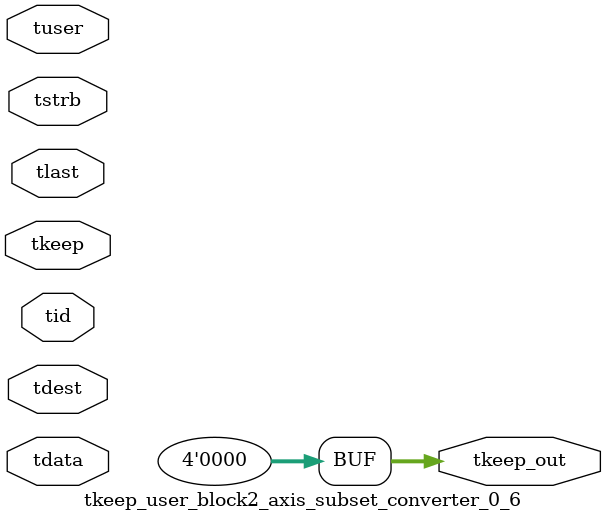
<source format=v>


`timescale 1ps/1ps

module tkeep_user_block2_axis_subset_converter_0_6 #
(
parameter C_S_AXIS_TDATA_WIDTH = 32,
parameter C_S_AXIS_TUSER_WIDTH = 0,
parameter C_S_AXIS_TID_WIDTH   = 0,
parameter C_S_AXIS_TDEST_WIDTH = 0,
parameter C_M_AXIS_TDATA_WIDTH = 32
)
(
input  [(C_S_AXIS_TDATA_WIDTH == 0 ? 1 : C_S_AXIS_TDATA_WIDTH)-1:0     ] tdata,
input  [(C_S_AXIS_TUSER_WIDTH == 0 ? 1 : C_S_AXIS_TUSER_WIDTH)-1:0     ] tuser,
input  [(C_S_AXIS_TID_WIDTH   == 0 ? 1 : C_S_AXIS_TID_WIDTH)-1:0       ] tid,
input  [(C_S_AXIS_TDEST_WIDTH == 0 ? 1 : C_S_AXIS_TDEST_WIDTH)-1:0     ] tdest,
input  [(C_S_AXIS_TDATA_WIDTH/8)-1:0 ] tkeep,
input  [(C_S_AXIS_TDATA_WIDTH/8)-1:0 ] tstrb,
input                                                                    tlast,
output [(C_M_AXIS_TDATA_WIDTH/8)-1:0 ] tkeep_out
);

assign tkeep_out = {1'b0};

endmodule


</source>
